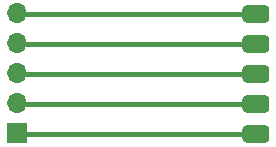
<source format=gbr>
%TF.GenerationSoftware,KiCad,Pcbnew,8.0.3*%
%TF.CreationDate,2024-10-16T03:18:00-04:00*%
%TF.ProjectId,puzzle-piece-battery-pcb,70757a7a-6c65-42d7-9069-6563652d6261,rev?*%
%TF.SameCoordinates,Original*%
%TF.FileFunction,Copper,L2,Bot*%
%TF.FilePolarity,Positive*%
%FSLAX46Y46*%
G04 Gerber Fmt 4.6, Leading zero omitted, Abs format (unit mm)*
G04 Created by KiCad (PCBNEW 8.0.3) date 2024-10-16 03:18:00*
%MOMM*%
%LPD*%
G01*
G04 APERTURE LIST*
G04 Aperture macros list*
%AMRoundRect*
0 Rectangle with rounded corners*
0 $1 Rounding radius*
0 $2 $3 $4 $5 $6 $7 $8 $9 X,Y pos of 4 corners*
0 Add a 4 corners polygon primitive as box body*
4,1,4,$2,$3,$4,$5,$6,$7,$8,$9,$2,$3,0*
0 Add four circle primitives for the rounded corners*
1,1,$1+$1,$2,$3*
1,1,$1+$1,$4,$5*
1,1,$1+$1,$6,$7*
1,1,$1+$1,$8,$9*
0 Add four rect primitives between the rounded corners*
20,1,$1+$1,$2,$3,$4,$5,0*
20,1,$1+$1,$4,$5,$6,$7,0*
20,1,$1+$1,$6,$7,$8,$9,0*
20,1,$1+$1,$8,$9,$2,$3,0*%
G04 Aperture macros list end*
%TA.AperFunction,ComponentPad*%
%ADD10R,1.700000X1.700000*%
%TD*%
%TA.AperFunction,ComponentPad*%
%ADD11O,1.700000X1.700000*%
%TD*%
%TA.AperFunction,SMDPad,CuDef*%
%ADD12RoundRect,0.381000X-0.762000X-0.381000X0.762000X-0.381000X0.762000X0.381000X-0.762000X0.381000X0*%
%TD*%
%TA.AperFunction,Conductor*%
%ADD13C,0.406400*%
%TD*%
G04 APERTURE END LIST*
D10*
%TO.P,J3,1,Pin_1*%
%TO.N,H_SDA*%
X166475000Y-88050000D03*
D11*
%TO.P,J3,2,Pin_2*%
%TO.N,H_SCL*%
X166475000Y-85510000D03*
%TO.P,J3,3,Pin_3*%
%TO.N,ANALOG*%
X166475000Y-82970000D03*
%TO.P,J3,4,Pin_4*%
%TO.N,GND*%
X166475000Y-80430000D03*
%TO.P,J3,5,Pin_5*%
%TO.N,+3.3V*%
X166475000Y-77890000D03*
%TD*%
D12*
%TO.P,J2,1,Pin_1*%
%TO.N,H_SDA*%
X186750000Y-88080000D03*
%TO.P,J2,2,Pin_2*%
%TO.N,H_SCL*%
X186750000Y-85540000D03*
%TO.P,J2,3,Pin_3*%
%TO.N,ANALOG*%
X186750000Y-83000000D03*
%TO.P,J2,4,Pin_4*%
%TO.N,GND*%
X186750000Y-80460000D03*
%TO.P,J2,5,Pin_5*%
%TO.N,+3.3V*%
X186750000Y-77920000D03*
%TD*%
D13*
%TO.N,+3.3V*%
X166505000Y-77920000D02*
X166475000Y-77890000D01*
X186855000Y-77920000D02*
X166505000Y-77920000D01*
%TO.N,GND*%
X186855000Y-80460000D02*
X166505000Y-80460000D01*
X166505000Y-80460000D02*
X166475000Y-80430000D01*
%TO.N,ANALOG*%
X186855000Y-83000000D02*
X166505000Y-83000000D01*
%TO.N,H_SDA*%
X186855000Y-88080000D02*
X166505000Y-88080000D01*
%TO.N,H_SCL*%
X186855000Y-85540000D02*
X166505000Y-85540000D01*
%TD*%
M02*

</source>
